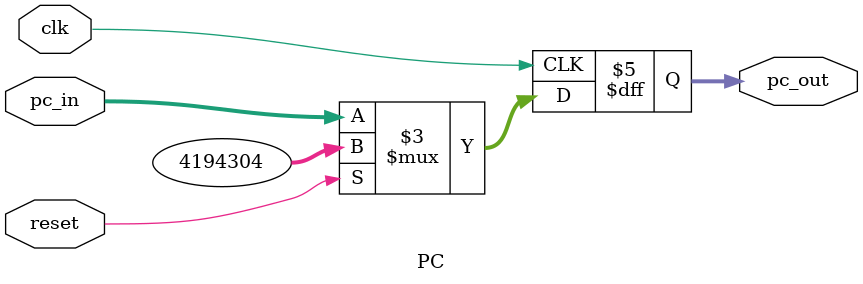
<source format=v>
module PC (
    input wire clk,
    input wire[31:0] pc_in,
    input wire reset,

    output reg[31:0] pc_out
);
    
    always @(posedge clk) begin
        if (reset) begin
            pc_out <= 32'h00400000;
        end
        else begin
            pc_out <= pc_in;
        end
    end
endmodule
</source>
